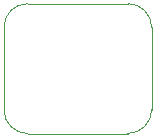
<source format=gbr>
%TF.GenerationSoftware,KiCad,Pcbnew,6.0.7-f9a2dced07~116~ubuntu22.04.1*%
%TF.CreationDate,2022-10-21T11:38:13+01:00*%
%TF.ProjectId,inskinacc,696e736b-696e-4616-9363-2e6b69636164,0.1*%
%TF.SameCoordinates,Original*%
%TF.FileFunction,Profile,NP*%
%FSLAX46Y46*%
G04 Gerber Fmt 4.6, Leading zero omitted, Abs format (unit mm)*
G04 Created by KiCad (PCBNEW 6.0.7-f9a2dced07~116~ubuntu22.04.1) date 2022-10-21 11:38:13*
%MOMM*%
%LPD*%
G01*
G04 APERTURE LIST*
%TA.AperFunction,Profile*%
%ADD10C,0.038100*%
%TD*%
G04 APERTURE END LIST*
D10*
X152000000Y-93000000D02*
X152000000Y-100000000D01*
X139500000Y-100000000D02*
X139500000Y-93000000D01*
X141500000Y-91000000D02*
G75*
G03*
X139500000Y-93000000I0J-2000000D01*
G01*
X150000000Y-102000000D02*
X141500000Y-102000000D01*
X152000000Y-93000000D02*
G75*
G03*
X150000000Y-91000000I-2000000J0D01*
G01*
X150000000Y-102000000D02*
G75*
G03*
X152000000Y-100000000I0J2000000D01*
G01*
X139500000Y-100000000D02*
G75*
G03*
X141500000Y-102000000I2000000J0D01*
G01*
X141500000Y-91000000D02*
X150000000Y-91000000D01*
M02*

</source>
